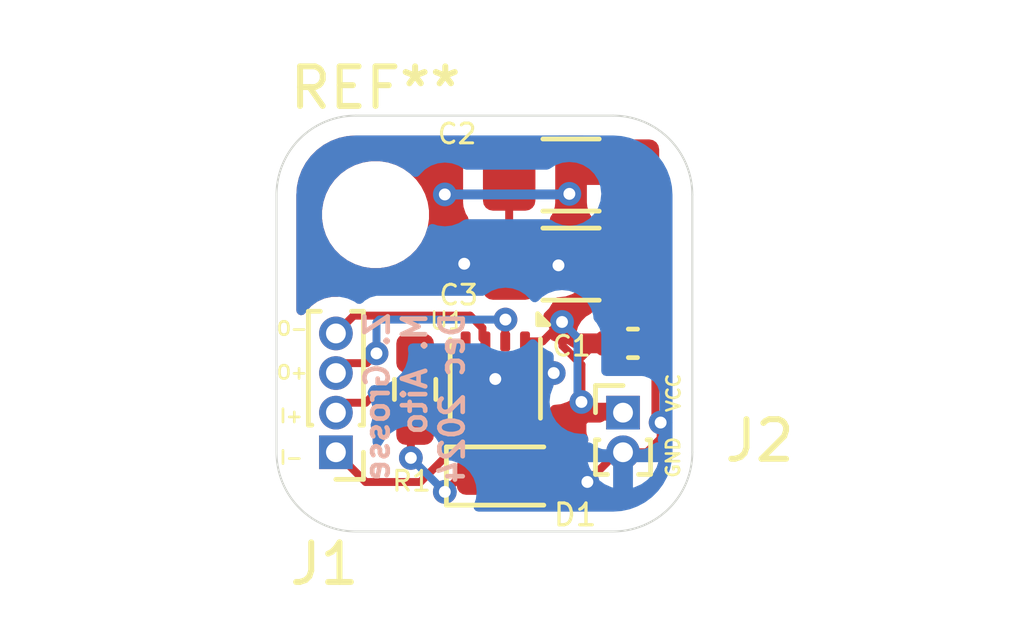
<source format=kicad_pcb>
(kicad_pcb (version 20240108) (generator "pcbnew") (generator_version "8.0")
  (layers (0 "F.Cu" signal) (31 "B.Cu" signal) (34 "B.Paste" user) (35 "F.Paste" user) (36 "B.SilkS" user "B.Silkscreen") (37 "F.SilkS" user "F.Silkscreen") (38 "B.Mask" user) (39 "F.Mask" user) (44 "Edge.Cuts" user))
  (net 0 "")
  (net 1 "GND")
  (net 2 "VCC")
  (net 3 "Net-(D1-K)")
  (net 4 "IN+")
  (net 5 "OUT1")
  (net 6 "IN-")
  (net 7 "OUT2")
  (footprint "LED_SMD:LED_0603_1608Metric_Pad1.05x0.95mm_HandSolder" (layer "F.Cu") (at 169.95 99.1)
    (property "Reference" "D1" (at 1.59 0.98 0) (layer "F.SilkS") (effects (font (size 0.549451 0.549451) (thickness 0.082418))))
    (property "Value" "LED")
    (fp_line (start -1.66 -0.735) (end -1.66 0.735) (stroke (width 0.12)) (layer "F.SilkS"))
    (fp_line (start -1.66 0.735) (end 0.8 0.735) (stroke (width 0.12)) (layer "F.SilkS"))
    (fp_line (start 0.8 -0.735) (end -1.66 -0.735) (stroke (width 0.12)) (layer "F.SilkS"))
    (pad "1" smd roundrect (at -0.875 0) (size 1.05 0.95) (layers "F.Cu" "F.Paste" "F.Mask") (net 3 "Net-(D1-K)"))
    (pad "2" smd roundrect (at 0.875 0) (size 1.05 0.95) (layers "F.Cu" "F.Paste" "F.Mask") (net 2 "VCC"))
  )
  (footprint "Connector_PinHeader_1.00mm:PinHeader_1x02_P1.00mm_Vertical" (layer "F.Cu") (at 172.75 97.5)
    (property "Reference" "J2" (at 3.45 0.71 0) (layer "F.SilkS"))
    (property "Value" "Conn_01x02_Pin")
    (fp_line (start -0.695 -0.685) (end 0 -0.685) (stroke (width 0.12)) (layer "F.SilkS"))
    (fp_line (start -0.695 0) (end -0.695 -0.685) (stroke (width 0.12)) (layer "F.SilkS"))
    (fp_line (start -0.695 0.685) (end -0.695 1.56) (stroke (width 0.12)) (layer "F.SilkS"))
    (fp_line (start -0.695 0.685) (end -0.608276 0.685) (stroke (width 0.12)) (layer "F.SilkS"))
    (fp_line (start -0.695 1.56) (end -0.394493 1.56) (stroke (width 0.12)) (layer "F.SilkS"))
    (fp_line (start 0.394493 1.56) (end 0.695 1.56) (stroke (width 0.12)) (layer "F.SilkS"))
    (fp_line (start 0.608276 0.685) (end 0.695 0.685) (stroke (width 0.12)) (layer "F.SilkS"))
    (fp_line (start 0.695 0.685) (end 0.695 1.56) (stroke (width 0.12)) (layer "F.SilkS"))
    (pad "1" thru_hole rect (at 0 0) (size 0.85 0.85) (drill 0.5) (layers "*.Cu" "*.Mask") (net 2 "VCC"))
    (pad "2" thru_hole oval (at 0 1) (size 0.85 0.85) (drill 0.5) (layers "*.Cu" "*.Mask") (net 1 "GND"))
  )
  (footprint "Capacitor_SMD:C_1206_3216Metric_Pad1.33x1.80mm_HandSolder" (layer "F.Cu") (at 171.4375 91.5 180)
    (property "Reference" "C2" (at 2.8775 1.04 0) (layer "F.SilkS") (effects (font (size 0.5 0.5) (thickness 0.075))))
    (property "Value" ".1uF")
    (fp_line (start -0.711252 0.91) (end 0.711252 0.91) (stroke (width 0.12)) (layer "F.SilkS"))
    (fp_line (start -0.711252 -0.91) (end 0.711252 -0.91) (stroke (width 0.12)) (layer "F.SilkS"))
    (pad "1" smd roundrect (at -1.5625 0 180) (size 1.325 1.8) (layers "F.Cu" "F.Paste" "F.Mask") (roundrect_rratio 0.188679) (net 2 "VCC"))
    (pad "2" smd roundrect (at 1.5625 0 180) (size 1.325 1.8) (layers "F.Cu" "F.Paste" "F.Mask") (roundrect_rratio 0.188679) (net 1 "GND"))
  )
  (footprint "Connector_PinHeader_1.00mm:PinHeader_1x04_P1.00mm_Vertical" (layer "F.Cu") (at 165.5 98.5 180)
    (property "Reference" "J1" (at 0.29 -2.82 360) (layer "F.SilkS"))
    (property "Value" "Conn_01x04_Pin")
    (fp_line (start 0.695 0.685) (end 0.695 3.56) (stroke (width 0.12)) (layer "F.SilkS"))
    (fp_line (start 0.608276 0.685) (end 0.695 0.685) (stroke (width 0.12)) (layer "F.SilkS"))
    (fp_line (start 0.394493 3.56) (end 0.695 3.56) (stroke (width 0.12)) (layer "F.SilkS"))
    (fp_line (start -0.695 3.56) (end -0.394493 3.56) (stroke (width 0.12)) (layer "F.SilkS"))
    (fp_line (start -0.695 0.685) (end -0.608276 0.685) (stroke (width 0.12)) (layer "F.SilkS"))
    (fp_line (start -0.695 0.685) (end -0.695 3.56) (stroke (width 0.12)) (layer "F.SilkS"))
    (fp_line (start -0.695 0) (end -0.695 -0.685) (stroke (width 0.12)) (layer "F.SilkS"))
    (fp_line (start -0.695 -0.685) (end 0 -0.685) (stroke (width 0.12)) (layer "F.SilkS"))
    (pad "1" thru_hole rect (at 0 0 180) (size 0.85 0.85) (drill 0.5) (layers "*.Cu" "*.Mask") (net 6 "IN-"))
    (pad "2" thru_hole oval (at 0 1 180) (size 0.85 0.85) (drill 0.5) (layers "*.Cu" "*.Mask") (net 4 "IN+"))
    (pad "3" thru_hole oval (at 0 2 180) (size 0.85 0.85) (drill 0.5) (layers "*.Cu" "*.Mask") (net 5 "OUT1"))
    (pad "4" thru_hole oval (at 0 3 180) (size 0.85 0.85) (drill 0.5) (layers "*.Cu" "*.Mask") (net 7 "OUT2"))
  )
  (footprint "Capacitor_SMD:C_1206_3216Metric_Pad1.33x1.80mm_HandSolder" (layer "F.Cu") (at 171.4375 93.75 180)
    (property "Reference" "C3" (at 2.8375 -0.78 0) (layer "F.SilkS") (effects (font (size 0.5 0.5) (thickness 0.075))))
    (property "Value" "22uF")
    (fp_line (start -0.711252 0.91) (end 0.711252 0.91) (stroke (width 0.12)) (layer "F.SilkS"))
    (fp_line (start -0.711252 -0.91) (end 0.711252 -0.91) (stroke (width 0.12)) (layer "F.SilkS"))
    (pad "1" smd roundrect (at -1.5625 0 180) (size 1.325 1.8) (layers "F.Cu" "F.Paste" "F.Mask") (roundrect_rratio 0.188679) (net 2 "VCC"))
    (pad "2" smd roundrect (at 1.5625 0 180) (size 1.325 1.8) (layers "F.Cu" "F.Paste" "F.Mask") (roundrect_rratio 0.188679) (net 1 "GND"))
  )
  (footprint "Capacitor_SMD:C_0402_1005Metric_Pad0.74x0.62mm_HandSolder" (layer "F.Cu") (at 173 95.75)
    (property "Reference" "C1" (at -1.55 0.07 0) (layer "F.SilkS") (effects (font (size 0.5 0.5) (thickness 0.075))))
    (property "Value" "10000pF")
    (fp_line (start -0.115835 -0.36) (end 0.115835 -0.36) (stroke (width 0.12)) (layer "F.SilkS"))
    (fp_line (start -0.115835 0.36) (end 0.115835 0.36) (stroke (width 0.12)) (layer "F.SilkS"))
    (pad "1" smd roundrect (at -0.5675 0) (size 0.735 0.62) (layers "F.Cu" "F.Paste" "F.Mask") (net 2 "VCC"))
    (pad "2" smd roundrect (at 0.5675 0) (size 0.735 0.62) (layers "F.Cu" "F.Paste" "F.Mask") (net 1 "GND"))
  )
  (footprint "MountingHole:MountingHole_2.2mm_M2" (layer "F.Cu") (at 166.5 92.5)
    (property "Reference" "REF**" (at 0 -3.2 0) (layer "F.SilkS"))
    (property "Value" "MountingHole_2.2mm_M2")
    (pad "" np_thru_hole circle (at 0 0) (size 2.2 2.2) (drill 2.2) (layers "*.Cu" "*.Mask"))
  )
  (footprint "Resistor_SMD:R_0603_1608Metric_Pad0.98x0.95mm_HandSolder" (layer "F.Cu") (at 167.5 96.9125 90)
    (property "Reference" "R1" (at -2.3175 -0.09 180) (layer "F.SilkS") (effects (font (size 0.5 0.5) (thickness 0.075))))
    (property "Value" "10K")
    (fp_line (start -0.254724 -0.5225) (end 0.254724 -0.5225) (stroke (width 0.12)) (layer "F.SilkS"))
    (fp_line (start -0.254724 0.5225) (end 0.254724 0.5225) (stroke (width 0.12)) (layer "F.SilkS"))
    (pad "1" smd roundrect (at -0.9125 0 90) (size 0.975 0.95) (layers "F.Cu" "F.Paste" "F.Mask") (net 3 "Net-(D1-K)"))
    (pad "2" smd roundrect (at 0.9125 0 90) (size 0.975 0.95) (layers "F.Cu" "F.Paste" "F.Mask") (net 1 "GND"))
  )
  (footprint "Package_SON:WSON-8-1EP_2x2mm_P0.5mm_EP0.9x1.6mm" (layer "F.Cu") (at 169.525 96.65 -90)
    (property "Reference" "U1" (at -1.47 1.215 180) (layer "F.SilkS") (effects (font (size 0.433333 0.433333) (thickness 0.065))))
    (property "Value" "DRV8837")
    (fp_line (start -1 1.14) (end 1 1.14) (stroke (width 0.12)) (layer "F.SilkS"))
    (fp_line (start -1.01 -1.14) (end 0.99 -1.14) (stroke (width 0.12)) (layer "F.SilkS"))
    (fp_poly (pts (xy -1.37 -1.07) (xy -1.65 -1.07) (xy -1.37 -1.35) (xy -1.37 -1.07)) (stroke (width 0.12)) (fill solid) (layer "F.SilkS"))
    (pad "1" smd roundrect (at -0.95 -0.75 270) (size 0.5 0.25) (layers "F.Cu" "F.Paste" "F.Mask") (net 2 "VCC"))
    (pad "2" smd roundrect (at -0.95 -0.25 270) (size 0.5 0.25) (layers "F.Cu" "F.Paste" "F.Mask") (net 5 "OUT1"))
    (pad "3" smd roundrect (at -0.95 0.25 270) (size 0.5 0.25) (layers "F.Cu" "F.Paste" "F.Mask") (net 7 "OUT2"))
    (pad "4" smd roundrect (at -0.95 0.75 270) (size 0.5 0.25) (layers "F.Cu" "F.Paste" "F.Mask") (net 1 "GND"))
    (pad "5" smd roundrect (at 0.95 0.75 270) (size 0.5 0.25) (layers "F.Cu" "F.Paste" "F.Mask") (net 4 "IN+"))
    (pad "6" smd roundrect (at 0.95 0.25 270) (size 0.5 0.25) (layers "F.Cu" "F.Paste" "F.Mask") (net 6 "IN-"))
    (pad "7" smd roundrect (at 0.95 -0.25 270) (size 0.5 0.25) (layers "F.Cu" "F.Paste" "F.Mask") (net 2 "VCC"))
    (pad "8" smd roundrect (at 0.95 -0.75 270) (size 0.5 0.25) (layers "F.Cu" "F.Paste" "F.Mask") (net 2 "VCC"))
    (pad "9" smd rect (at 0 0 270) (size 0.9 1.6) (layers "F.Cu" "F.Mask") (net 1 "GND"))
  )
  (gr_arc (start 174.5 98.5) (mid 173.914214 99.914214) (end 172.5 100.5) (stroke (width 0.05)) (layer "Edge.Cuts"))
  (gr_arc (start 164 92) (mid 164.585786 90.585786) (end 166 90) (stroke (width 0.05)) (layer "Edge.Cuts"))
  (gr_arc (start 172.5 90) (mid 173.914214 90.585786) (end 174.5 92) (stroke (width 0.05)) (layer "Edge.Cuts"))
  (gr_line (start 172.5 100.5) (end 166 100.5) (stroke (width 0.05)) (layer "Edge.Cuts"))
  (gr_line (start 174.5 92) (end 174.5 98.5) (stroke (width 0.05)) (layer "Edge.Cuts"))
  (gr_arc (start 166 100.5) (mid 164.585786 99.914214) (end 164 98.5) (stroke (width 0.05)) (layer "Edge.Cuts"))
  (gr_line (start 166 90) (end 172.5 90) (stroke (width 0.05)) (layer "Edge.Cuts"))
  (gr_line (start 164 98.5) (end 164 92) (stroke (width 0.05)) (layer "Edge.Cuts"))
  (gr_text "Z. Grosse\nM. Aito\nDec 2024" (at 168.78 94.91 90) (layer "B.SilkS") (effects (font (size 0.588235 0.588235) (thickness 0.117647) (bold yes)) (justify left bottom mirror)))
  (gr_text "VCC\n" (at 174.22 97.52 90) (layer "F.SilkS") (effects (font (size 0.333333 0.333333) (thickness 0.066667) (bold yes)) (justify left bottom)))
  (gr_text "I+\n" (at 164.04 97.78 0) (layer "F.SilkS") (effects (font (size 0.333333 0.333333) (thickness 0.066667) (bold yes)) (justify left bottom)))
  (gr_text "I-\n" (at 164.04 98.83 0) (layer "F.SilkS") (effects (font (size 0.333333 0.333333) (thickness 0.066667) (bold yes)) (justify left bottom)))
  (gr_text "O-\n\n" (at 163.97 96.11 0) (layer "F.SilkS") (effects (font (size 0.333333 0.333333) (thickness 0.066667) (bold yes)) (justify left bottom)))
  (gr_text "O+\n" (at 163.97 96.68 0) (layer "F.SilkS") (effects (font (size 0.333333 0.333333) (thickness 0.066667) (bold yes)) (justify left bottom)))
  (gr_text "GND\n" (at 174.21 99.18 90) (layer "F.SilkS") (effects (font (size 0.333333 0.333333) (thickness 0.066667) (bold yes)) (justify left bottom)))
  (segment (start 169.875 93.75) (end 169.405 94.22) (width 0.2) (layer "F.Cu") (net 1))
  (segment (start 173.5675 95.75) (end 173.5675 97.6175) (width 0.2) (layer "F.Cu") (net 1))
  (segment (start 169.875 93.75) (end 168.75 93.75) (width 0.2) (layer "F.Cu") (net 1))
  (segment (start 173.35104 98.5) (end 173.7 98.15104) (width 0.2) (layer "F.Cu") (net 1))
  (segment (start 170.85 96.65) (end 171 96.5) (width 0.2) (layer "F.Cu") (net 1))
  (segment (start 171.12 93.78) (end 169.905 93.78) (width 0.2) (layer "F.Cu") (net 1))
  (segment (start 168.475 96) (end 168.775 95.7) (width 0.2) (layer "F.Cu") (net 1))
  (segment (start 169.525 96.65) (end 170.85 96.65) (width 0.2) (layer "F.Cu") (net 1))
  (segment (start 173.7 98.15104) (end 173.7 97.75) (width 0.2) (layer "F.Cu") (net 1))
  (segment (start 169.905 93.78) (end 169.875 93.75) (width 0.2) (layer "F.Cu") (net 1))
  (segment (start 169.525 96.65) (end 168.454982 96.65) (width 0.2) (layer "F.Cu") (net 1))
  (segment (start 168.75 93.75) (end 168.74 93.74) (width 0.2) (layer "F.Cu") (net 1))
  (segment (start 167.5 96) (end 168.475 96) (width 0.2) (layer "F.Cu") (net 1))
  (segment (start 168.454982 96.65) (end 168.2612 96.456218) (width 0.2) (layer "F.Cu") (net 1))
  (segment (start 172.75 98.5) (end 173.35104 98.5) (width 0.2) (layer "F.Cu") (net 1))
  (segment (start 167.804982 96) (end 168.2612 96.456218) (width 0.2) (layer "F.Cu") (net 1))
  (segment (start 173.5675 97.6175) (end 173.7 97.75) (width 0.2) (layer "F.Cu") (net 1))
  (segment (start 169.875 93.75) (end 169.875 91.5) (width 0.2) (layer "F.Cu") (net 1))
  (segment (start 167.5 96) (end 167.804982 96) (width 0.2) (layer "F.Cu") (net 1))
  (segment (start 172.75 98.5) (end 172.6 98.5) (width 0.2) (layer "F.Cu") (net 1))
  (segment (start 172.6 98.5) (end 171.85 99.25) (width 0.2) (layer "F.Cu") (net 1))
  (via (at 168.74 93.74) (size 0.6) (drill 0.3) (layers "F.Cu" "B.Cu") (net 1))
  (via (at 171.85 99.25) (size 0.6) (drill 0.3) (layers "F.Cu" "B.Cu") (net 1))
  (via (at 169.525 96.65) (size 0.6) (drill 0.3) (layers "F.Cu" "B.Cu") (net 1))
  (via (at 171 96.5) (size 0.6) (drill 0.3) (layers "F.Cu" "B.Cu") (net 1))
  (via (at 171.12 93.78) (size 0.6) (drill 0.3) (layers "F.Cu" "B.Cu") (net 1))
  (via (at 173.7 97.75) (size 0.6) (drill 0.3) (layers "F.Cu" "B.Cu") (net 1))
  (segment (start 171.7 96.29) (end 171.605 96.195) (width 0.2) (layer "F.Cu") (net 2))
  (segment (start 170.77 97.6) (end 170.95 97.78) (width 0.2) (layer "F.Cu") (net 2))
  (segment (start 172.5 97.25) (end 172.75 97.5) (width 0.25) (layer "F.Cu") (net 2))
  (segment (start 173 93.75) (end 173 91.5) (width 0.25) (layer "F.Cu") (net 2))
  (segment (start 171.7 97.23) (end 171.87 97.23) (width 0.2) (layer "F.Cu") (net 2))
  (segment (start 172.48 97.23) (end 172.75 97.5) (width 0.2) (layer "F.Cu") (net 2))
  (segment (start 172.4325 95.75) (end 172.05 95.75) (width 0.2) (layer "F.Cu") (net 2))
  (segment (start 171.22 95.75) (end 171.21 95.74) (width 0.2) (layer "F.Cu") (net 2))
  (segment (start 170.95 97.78) (end 171.69 97.78) (width 0.2) (layer "F.Cu") (net 2))
  (segment (start 169.775 97.6) (end 170.275 97.6) (width 0.2) (layer "F.Cu") (net 2))
  (segment (start 171.97 97.5) (end 171.7 97.23) (width 0.4) (layer "F.Cu") (net 2))
  (segment (start 171.605 96.195) (end 171.22 95.81) (width 0.2) (layer "F.Cu") (net 2))
  (segment (start 172.75 97.5) (end 172.75 97.366116) (width 0.25) (layer "F.Cu") (net 2))
  (segment (start 171.870218 91.5) (end 173 91.5) (width 0.25) (layer "F.Cu") (net 2))
  (segment (start 172.5 97.75) (end 172.75 97.5) (width 0.25) (layer "F.Cu") (net 2))
  (segment (start 171.395109 91.975109) (end 171.870218 91.5) (width 0.25) (layer "F.Cu") (net 2))
  (segment (start 170.275 97.6) (end 170.77 97.6) (width 0.2) (layer "F.Cu") (net 2))
  (segment (start 172.75 97.75) (end 172.633884 97.75) (width 0.2) (layer "F.Cu") (net 2))
  (segment (start 172.4325 95.75) (end 172.4325 95.8175) (width 0.2) (layer "F.Cu") (net 2))
  (segment (start 171.21 95.21) (end 170.72 95.7) (width 0.2) (layer "F.Cu") (net 2))
  (segment (start 172.75 97.5) (end 171.97 97.5) (width 0.4) (layer "F.Cu") (net 2))
  (segment (start 171.7 97.23) (end 171.7 96.29) (width 0.2) (layer "F.Cu") (net 2))
  (segment (start 173 94.135) (end 173 93.75) (width 0.25) (layer "F.Cu") (net 2))
  (segment (start 172.05 95.75) (end 171.605 96.195) (width 0.2) (layer "F.Cu") (net 2))
  (segment (start 171.69 97.78) (end 171.97 97.5) (width 0.2) (layer "F.Cu") (net 2))
  (segment (start 173 93.75) (end 172.67 93.75) (width 0.25) (layer "F.Cu") (net 2))
  (segment (start 171.21 95.74) (end 171.21 95.21) (width 0.2) (layer "F.Cu") (net 2))
  (segment (start 170.825 99.1) (end 170.825 97.905) (width 0.2) (layer "F.Cu") (net 2))
  (segment (start 172.67 93.75) (end 171.21 95.21) (width 0.25) (layer "F.Cu") (net 2))
  (segment (start 171.22 95.81) (end 171.22 95.75) (width 0.2) (layer "F.Cu") (net 2))
  (segment (start 170.825 97.905) (end 170.95 97.78) (width 0.2) (layer "F.Cu") (net 2))
  (segment (start 170.72 95.7) (end 170.275 95.7) (width 0.2) (layer "F.Cu") (net 2))
  (via (at 168.25 91.99) (size 0.6) (drill 0.3) (layers "F.Cu" "B.Cu") (net 2))
  (via (at 171.395109 91.975109) (size 0.6) (drill 0.3) (layers "F.Cu" "B.Cu") (net 2))
  (via (at 171.21 95.21) (size 0.6) (drill 0.3) (layers "F.Cu" "B.Cu") (net 2))
  (via (at 171.7 97.23) (size 0.6) (drill 0.3) (layers "F.Cu" "B.Cu") (net 2))
  (segment (start 171.395109 91.975109) (end 171.380218 91.99) (width 0.25) (layer "B.Cu") (net 2))
  (segment (start 171.21 95.21) (end 171.6 95.6) (width 0.2) (layer "B.Cu") (net 2))
  (segment (start 171.6 95.6) (end 171.6 97.13) (width 0.2) (layer "B.Cu") (net 2))
  (segment (start 171.380218 91.99) (end 168.25 91.99) (width 0.25) (layer "B.Cu") (net 2))
  (segment (start 167.5 97.825) (end 167.8 97.825) (width 0.2) (layer "F.Cu") (net 3))
  (segment (start 167.392374 97.932626) (end 167.5 97.825) (width 0.2) (layer "F.Cu") (net 3))
  (segment (start 167.392374 98.642374) (end 167.392374 97.932626) (width 0.2) (layer "F.Cu") (net 3))
  (segment (start 169.075 99.1) (end 168.65 99.1) (width 0.2) (layer "F.Cu") (net 3))
  (segment (start 168.65 99.1) (end 168.25 99.5) (width 0.2) (layer "F.Cu") (net 3))
  (via (at 168.25 99.5) (size 0.6) (drill 0.3) (layers "F.Cu" "B.Cu") (net 3))
  (via (at 167.392374 98.642374) (size 0.6) (drill 0.3) (layers "F.Cu" "B.Cu") (net 3))
  (segment (start 167.392374 98.642374) (end 168.25 99.5) (width 0.2) (layer "B.Cu") (net 3))
  (segment (start 166.4625 97.0375) (end 166.25 97.25) (width 0.2) (layer "F.Cu") (net 4))
  (segment (start 165.75 97.25) (end 166.25 97.25) (width 0.2) (layer "F.Cu") (net 4))
  (segment (start 168.1125 97.0375) (end 166.4625 97.0375) (width 0.2) (layer "F.Cu") (net 4))
  (segment (start 168.775 97.6) (end 168.675 97.6) (width 0.2) (layer "F.Cu") (net 4))
  (segment (start 168.675 97.6) (end 168.1125 97.0375) (width 0.2) (layer "F.Cu") (net 4))
  (segment (start 169.775 95.335) (end 169.775 95.156134) (width 0.2) (layer "F.Cu") (net 5))
  (segment (start 166.278314 96.25) (end 165.75 96.25) (width 0.2) (layer "F.Cu") (net 5))
  (segment (start 169.775 95.156134) (end 169.781135 95.149999) (width 0.2) (layer "F.Cu") (net 5))
  (segment (start 166.525 96.003314) (end 166.278314 96.25) (width 0.2) (layer "F.Cu") (net 5))
  (segment (start 169.775 95.7) (end 169.775 95.335) (width 0.2) (layer "F.Cu") (net 5))
  (via (at 166.525 96.003314) (size 0.6) (drill 0.3) (layers "F.Cu" "B.Cu") (net 5))
  (via (at 169.781135 95.149999) (size 0.6) (drill 0.3) (layers "F.Cu" "B.Cu") (net 5))
  (segment (start 166.525 96.003314) (end 166.525 95.225) (width 0.2) (layer "B.Cu") (net 5))
  (segment (start 166.600001 95.149999) (end 169.781135 95.149999) (width 0.2) (layer "B.Cu") (net 5))
  (segment (start 166.525 95.225) (end 166.600001 95.149999) (width 0.2) (layer "B.Cu") (net 5))
  (segment (start 168.99 98.15) (end 169.275 97.865) (width 0.2) (layer "F.Cu") (net 6))
  (segment (start 165.5 98.5) (end 166.251471 99.251471) (width 0.2) (layer "F.Cu") (net 6))
  (segment (start 169.275 97.865) (end 169.275 97.6) (width 0.2) (layer "F.Cu") (net 6))
  (segment (start 168.733277 98.15) (end 168.99 98.15) (width 0.2) (layer "F.Cu") (net 6))
  (segment (start 166.251471 99.251471) (end 167.631806 99.251471) (width 0.2) (layer "F.Cu") (net 6))
  (segment (start 167.631806 99.251471) (end 168.733277 98.15) (width 0.2) (layer "F.Cu") (net 6))
  (segment (start 169.275 95.7) (end 169.2 95.625) (width 0.2) (layer "F.Cu") (net 7))
  (segment (start 169.2 95.360614) (end 168.889386 95.05) (width 0.2) (layer "F.Cu") (net 7))
  (segment (start 165.95 95.05) (end 165.5 95.5) (width 0.2) (layer "F.Cu") (net 7))
  (segment (start 169.2 95.625) (end 169.2 95.360614) (width 0.2) (layer "F.Cu") (net 7))
  (segment (start 168.889386 95.05) (end 165.95 95.05) (width 0.2) (layer "F.Cu") (net 7))
  (zone (net 2) (net_name "VCC") (layer "F.Cu") (priority 1) (connect_pads (clearance 0.5)) (min_thickness 0.25) (fill yes (thermal_gap 0.5) (thermal_bridge_width 0.5))
    (polygon (pts (xy 160.54 87.64) (xy 161.36 103.36) (xy 182.89 103.1) (xy 176.07 87.08)))
  )
  (zone (net 1) (net_name "GND") (layer "B.Cu") (connect_pads (clearance 0.5)) (min_thickness 0.25) (fill yes (thermal_gap 0.5) (thermal_bridge_width 0.5))
    (polygon (pts (xy 163 89.5) (xy 163.25 101.5) (xy 179.5 101.75) (xy 175.75 88.75)))
  )
)
</source>
